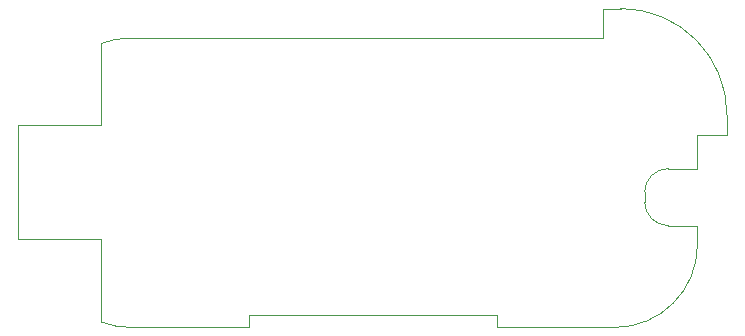
<source format=gm1>
G04 Layer_Color=52428*
%FSLAX44Y44*%
%MOMM*%
G71*
G01*
G75*
%ADD103C,0.1000*%
D103*
X95000Y245000D02*
G03*
X70000Y240383I0J-70000D01*
G01*
X600000Y180000D02*
G03*
X510000Y270000I-90000J0D01*
G01*
X505000Y0D02*
G03*
X575000Y70000I0J70000D01*
G01*
X70000Y4617D02*
G03*
X95000Y0I25000J65384D01*
G01*
X530283Y106221D02*
G03*
X550283Y86221I20000J0D01*
G01*
Y134528D02*
G03*
X530283Y114528I0J-20000D01*
G01*
X0Y75000D02*
Y171000D01*
X70000D01*
Y240383D01*
X95000Y245000D02*
X495000D01*
Y270000D01*
X510000D01*
X600000Y162614D02*
Y180000D01*
X575000Y162614D02*
X600000D01*
X575000Y134528D02*
Y162614D01*
X405000Y0D02*
X505000D01*
X195000Y10775D02*
X405000D01*
X195000Y0D02*
Y10775D01*
X70000Y4617D02*
Y75000D01*
X0D02*
X70000D01*
X405000Y0D02*
Y10775D01*
X95000Y0D02*
X195000D01*
X550283Y86221D02*
X575000D01*
X530283Y106221D02*
Y114528D01*
X550283Y134528D02*
X575000D01*
Y70000D02*
Y86221D01*
M02*

</source>
